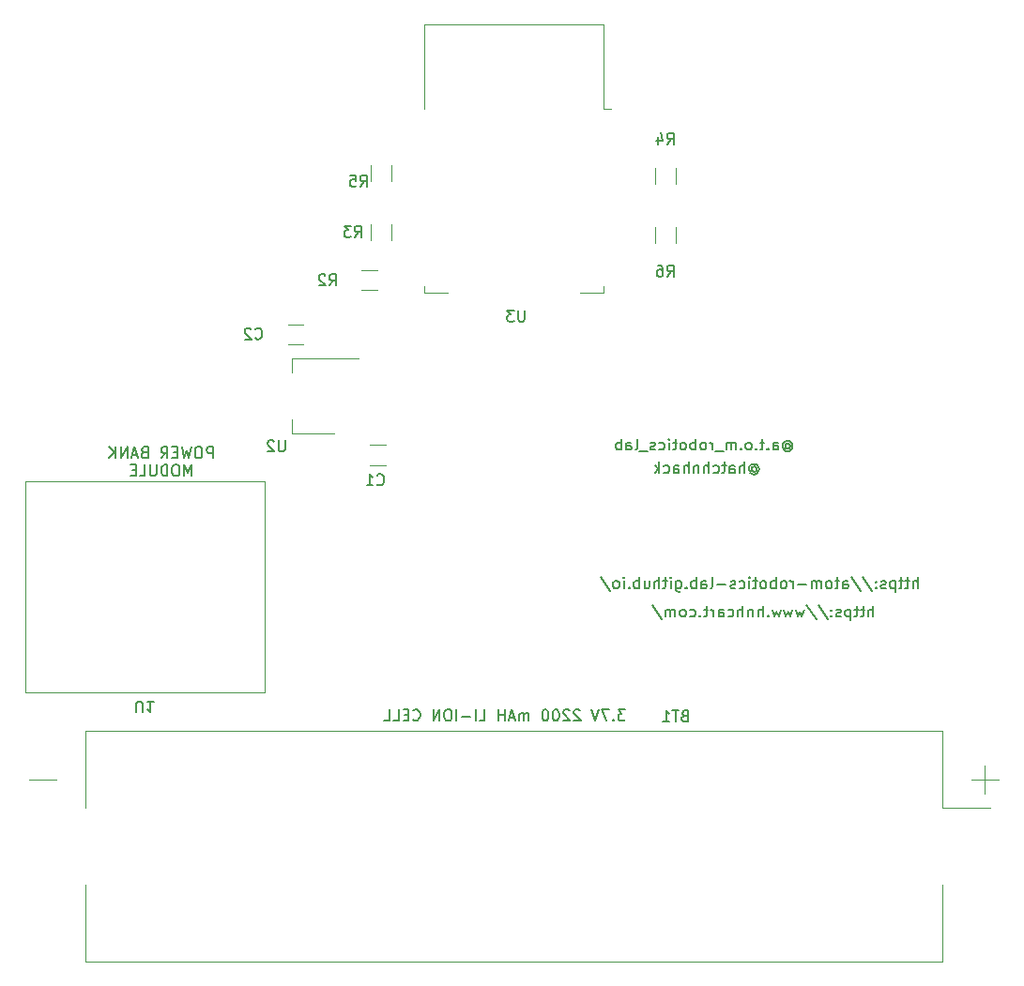
<source format=gbo>
%TF.GenerationSoftware,KiCad,Pcbnew,6.0.7-f9a2dced07~116~ubuntu20.04.1*%
%TF.CreationDate,2022-09-09T19:22:18+05:30*%
%TF.ProjectId,ESP12E_Smart_Coaster,45535031-3245-45f5-936d-6172745f436f,rev?*%
%TF.SameCoordinates,Original*%
%TF.FileFunction,Legend,Bot*%
%TF.FilePolarity,Positive*%
%FSLAX46Y46*%
G04 Gerber Fmt 4.6, Leading zero omitted, Abs format (unit mm)*
G04 Created by KiCad (PCBNEW 6.0.7-f9a2dced07~116~ubuntu20.04.1) date 2022-09-09 19:22:18*
%MOMM*%
%LPD*%
G01*
G04 APERTURE LIST*
%ADD10C,0.150000*%
%ADD11C,0.200000*%
%ADD12C,0.120000*%
G04 APERTURE END LIST*
D10*
X172415552Y-98674180D02*
X172415552Y-97674180D01*
X171986980Y-98674180D02*
X171986980Y-98150371D01*
X172034600Y-98055133D01*
X172129838Y-98007514D01*
X172272695Y-98007514D01*
X172367933Y-98055133D01*
X172415552Y-98102752D01*
X171653647Y-98007514D02*
X171272695Y-98007514D01*
X171510790Y-97674180D02*
X171510790Y-98531323D01*
X171463171Y-98626561D01*
X171367933Y-98674180D01*
X171272695Y-98674180D01*
X171082219Y-98007514D02*
X170701266Y-98007514D01*
X170939361Y-97674180D02*
X170939361Y-98531323D01*
X170891742Y-98626561D01*
X170796504Y-98674180D01*
X170701266Y-98674180D01*
X170367933Y-98007514D02*
X170367933Y-99007514D01*
X170367933Y-98055133D02*
X170272695Y-98007514D01*
X170082219Y-98007514D01*
X169986980Y-98055133D01*
X169939361Y-98102752D01*
X169891742Y-98197990D01*
X169891742Y-98483704D01*
X169939361Y-98578942D01*
X169986980Y-98626561D01*
X170082219Y-98674180D01*
X170272695Y-98674180D01*
X170367933Y-98626561D01*
X169510790Y-98626561D02*
X169415552Y-98674180D01*
X169225076Y-98674180D01*
X169129838Y-98626561D01*
X169082219Y-98531323D01*
X169082219Y-98483704D01*
X169129838Y-98388466D01*
X169225076Y-98340847D01*
X169367933Y-98340847D01*
X169463171Y-98293228D01*
X169510790Y-98197990D01*
X169510790Y-98150371D01*
X169463171Y-98055133D01*
X169367933Y-98007514D01*
X169225076Y-98007514D01*
X169129838Y-98055133D01*
X168653647Y-98578942D02*
X168606028Y-98626561D01*
X168653647Y-98674180D01*
X168701266Y-98626561D01*
X168653647Y-98578942D01*
X168653647Y-98674180D01*
X168653647Y-98055133D02*
X168606028Y-98102752D01*
X168653647Y-98150371D01*
X168701266Y-98102752D01*
X168653647Y-98055133D01*
X168653647Y-98150371D01*
X167463171Y-97626561D02*
X168320314Y-98912276D01*
X166415552Y-97626561D02*
X167272695Y-98912276D01*
X166177457Y-98007514D02*
X165986980Y-98674180D01*
X165796504Y-98197990D01*
X165606028Y-98674180D01*
X165415552Y-98007514D01*
X165129838Y-98007514D02*
X164939361Y-98674180D01*
X164748885Y-98197990D01*
X164558409Y-98674180D01*
X164367933Y-98007514D01*
X164082219Y-98007514D02*
X163891742Y-98674180D01*
X163701266Y-98197990D01*
X163510790Y-98674180D01*
X163320314Y-98007514D01*
X162939361Y-98578942D02*
X162891742Y-98626561D01*
X162939361Y-98674180D01*
X162986980Y-98626561D01*
X162939361Y-98578942D01*
X162939361Y-98674180D01*
X162463171Y-98674180D02*
X162463171Y-97674180D01*
X162034600Y-98674180D02*
X162034600Y-98150371D01*
X162082219Y-98055133D01*
X162177457Y-98007514D01*
X162320314Y-98007514D01*
X162415552Y-98055133D01*
X162463171Y-98102752D01*
X161558409Y-98007514D02*
X161558409Y-98674180D01*
X161558409Y-98102752D02*
X161510790Y-98055133D01*
X161415552Y-98007514D01*
X161272695Y-98007514D01*
X161177457Y-98055133D01*
X161129838Y-98150371D01*
X161129838Y-98674180D01*
X160653647Y-98674180D02*
X160653647Y-97674180D01*
X160225076Y-98674180D02*
X160225076Y-98150371D01*
X160272695Y-98055133D01*
X160367933Y-98007514D01*
X160510790Y-98007514D01*
X160606028Y-98055133D01*
X160653647Y-98102752D01*
X159320314Y-98626561D02*
X159415552Y-98674180D01*
X159606028Y-98674180D01*
X159701266Y-98626561D01*
X159748885Y-98578942D01*
X159796504Y-98483704D01*
X159796504Y-98197990D01*
X159748885Y-98102752D01*
X159701266Y-98055133D01*
X159606028Y-98007514D01*
X159415552Y-98007514D01*
X159320314Y-98055133D01*
X158463171Y-98674180D02*
X158463171Y-98150371D01*
X158510790Y-98055133D01*
X158606028Y-98007514D01*
X158796504Y-98007514D01*
X158891742Y-98055133D01*
X158463171Y-98626561D02*
X158558409Y-98674180D01*
X158796504Y-98674180D01*
X158891742Y-98626561D01*
X158939361Y-98531323D01*
X158939361Y-98436085D01*
X158891742Y-98340847D01*
X158796504Y-98293228D01*
X158558409Y-98293228D01*
X158463171Y-98245609D01*
X157986980Y-98674180D02*
X157986980Y-98007514D01*
X157986980Y-98197990D02*
X157939361Y-98102752D01*
X157891742Y-98055133D01*
X157796504Y-98007514D01*
X157701266Y-98007514D01*
X157510790Y-98007514D02*
X157129838Y-98007514D01*
X157367933Y-97674180D02*
X157367933Y-98531323D01*
X157320314Y-98626561D01*
X157225076Y-98674180D01*
X157129838Y-98674180D01*
X156796504Y-98578942D02*
X156748885Y-98626561D01*
X156796504Y-98674180D01*
X156844123Y-98626561D01*
X156796504Y-98578942D01*
X156796504Y-98674180D01*
X155891742Y-98626561D02*
X155986980Y-98674180D01*
X156177457Y-98674180D01*
X156272695Y-98626561D01*
X156320314Y-98578942D01*
X156367933Y-98483704D01*
X156367933Y-98197990D01*
X156320314Y-98102752D01*
X156272695Y-98055133D01*
X156177457Y-98007514D01*
X155986980Y-98007514D01*
X155891742Y-98055133D01*
X155320314Y-98674180D02*
X155415552Y-98626561D01*
X155463171Y-98578942D01*
X155510790Y-98483704D01*
X155510790Y-98197990D01*
X155463171Y-98102752D01*
X155415552Y-98055133D01*
X155320314Y-98007514D01*
X155177457Y-98007514D01*
X155082219Y-98055133D01*
X155034600Y-98102752D01*
X154986980Y-98197990D01*
X154986980Y-98483704D01*
X155034600Y-98578942D01*
X155082219Y-98626561D01*
X155177457Y-98674180D01*
X155320314Y-98674180D01*
X154558409Y-98674180D02*
X154558409Y-98007514D01*
X154558409Y-98102752D02*
X154510790Y-98055133D01*
X154415552Y-98007514D01*
X154272695Y-98007514D01*
X154177457Y-98055133D01*
X154129838Y-98150371D01*
X154129838Y-98674180D01*
X154129838Y-98150371D02*
X154082219Y-98055133D01*
X153986980Y-98007514D01*
X153844123Y-98007514D01*
X153748885Y-98055133D01*
X153701266Y-98150371D01*
X153701266Y-98674180D01*
X152510790Y-97626561D02*
X153367933Y-98912276D01*
X164484723Y-83135790D02*
X164532342Y-83088171D01*
X164627580Y-83040552D01*
X164722819Y-83040552D01*
X164818057Y-83088171D01*
X164865676Y-83135790D01*
X164913295Y-83231028D01*
X164913295Y-83326266D01*
X164865676Y-83421504D01*
X164818057Y-83469123D01*
X164722819Y-83516742D01*
X164627580Y-83516742D01*
X164532342Y-83469123D01*
X164484723Y-83421504D01*
X164484723Y-83040552D02*
X164484723Y-83421504D01*
X164437104Y-83469123D01*
X164389485Y-83469123D01*
X164294247Y-83421504D01*
X164246628Y-83326266D01*
X164246628Y-83088171D01*
X164341866Y-82945314D01*
X164484723Y-82850076D01*
X164675200Y-82802457D01*
X164865676Y-82850076D01*
X165008533Y-82945314D01*
X165103771Y-83088171D01*
X165151390Y-83278647D01*
X165103771Y-83469123D01*
X165008533Y-83611980D01*
X164865676Y-83707219D01*
X164675200Y-83754838D01*
X164484723Y-83707219D01*
X164341866Y-83611980D01*
X163389485Y-83611980D02*
X163389485Y-83088171D01*
X163437104Y-82992933D01*
X163532342Y-82945314D01*
X163722819Y-82945314D01*
X163818057Y-82992933D01*
X163389485Y-83564361D02*
X163484723Y-83611980D01*
X163722819Y-83611980D01*
X163818057Y-83564361D01*
X163865676Y-83469123D01*
X163865676Y-83373885D01*
X163818057Y-83278647D01*
X163722819Y-83231028D01*
X163484723Y-83231028D01*
X163389485Y-83183409D01*
X162913295Y-83516742D02*
X162865676Y-83564361D01*
X162913295Y-83611980D01*
X162960914Y-83564361D01*
X162913295Y-83516742D01*
X162913295Y-83611980D01*
X162579961Y-82945314D02*
X162199009Y-82945314D01*
X162437104Y-82611980D02*
X162437104Y-83469123D01*
X162389485Y-83564361D01*
X162294247Y-83611980D01*
X162199009Y-83611980D01*
X161865676Y-83516742D02*
X161818057Y-83564361D01*
X161865676Y-83611980D01*
X161913295Y-83564361D01*
X161865676Y-83516742D01*
X161865676Y-83611980D01*
X161246628Y-83611980D02*
X161341866Y-83564361D01*
X161389485Y-83516742D01*
X161437104Y-83421504D01*
X161437104Y-83135790D01*
X161389485Y-83040552D01*
X161341866Y-82992933D01*
X161246628Y-82945314D01*
X161103771Y-82945314D01*
X161008533Y-82992933D01*
X160960914Y-83040552D01*
X160913295Y-83135790D01*
X160913295Y-83421504D01*
X160960914Y-83516742D01*
X161008533Y-83564361D01*
X161103771Y-83611980D01*
X161246628Y-83611980D01*
X160484723Y-83516742D02*
X160437104Y-83564361D01*
X160484723Y-83611980D01*
X160532342Y-83564361D01*
X160484723Y-83516742D01*
X160484723Y-83611980D01*
X160008533Y-83611980D02*
X160008533Y-82945314D01*
X160008533Y-83040552D02*
X159960914Y-82992933D01*
X159865676Y-82945314D01*
X159722819Y-82945314D01*
X159627580Y-82992933D01*
X159579961Y-83088171D01*
X159579961Y-83611980D01*
X159579961Y-83088171D02*
X159532342Y-82992933D01*
X159437104Y-82945314D01*
X159294247Y-82945314D01*
X159199009Y-82992933D01*
X159151390Y-83088171D01*
X159151390Y-83611980D01*
X158913295Y-83707219D02*
X158151390Y-83707219D01*
X157913295Y-83611980D02*
X157913295Y-82945314D01*
X157913295Y-83135790D02*
X157865676Y-83040552D01*
X157818057Y-82992933D01*
X157722819Y-82945314D01*
X157627580Y-82945314D01*
X157151390Y-83611980D02*
X157246628Y-83564361D01*
X157294247Y-83516742D01*
X157341866Y-83421504D01*
X157341866Y-83135790D01*
X157294247Y-83040552D01*
X157246628Y-82992933D01*
X157151390Y-82945314D01*
X157008533Y-82945314D01*
X156913295Y-82992933D01*
X156865676Y-83040552D01*
X156818057Y-83135790D01*
X156818057Y-83421504D01*
X156865676Y-83516742D01*
X156913295Y-83564361D01*
X157008533Y-83611980D01*
X157151390Y-83611980D01*
X156389485Y-83611980D02*
X156389485Y-82611980D01*
X156389485Y-82992933D02*
X156294247Y-82945314D01*
X156103771Y-82945314D01*
X156008533Y-82992933D01*
X155960914Y-83040552D01*
X155913295Y-83135790D01*
X155913295Y-83421504D01*
X155960914Y-83516742D01*
X156008533Y-83564361D01*
X156103771Y-83611980D01*
X156294247Y-83611980D01*
X156389485Y-83564361D01*
X155341866Y-83611980D02*
X155437104Y-83564361D01*
X155484723Y-83516742D01*
X155532342Y-83421504D01*
X155532342Y-83135790D01*
X155484723Y-83040552D01*
X155437104Y-82992933D01*
X155341866Y-82945314D01*
X155199009Y-82945314D01*
X155103771Y-82992933D01*
X155056152Y-83040552D01*
X155008533Y-83135790D01*
X155008533Y-83421504D01*
X155056152Y-83516742D01*
X155103771Y-83564361D01*
X155199009Y-83611980D01*
X155341866Y-83611980D01*
X154722819Y-82945314D02*
X154341866Y-82945314D01*
X154579961Y-82611980D02*
X154579961Y-83469123D01*
X154532342Y-83564361D01*
X154437104Y-83611980D01*
X154341866Y-83611980D01*
X154008533Y-83611980D02*
X154008533Y-82945314D01*
X154008533Y-82611980D02*
X154056152Y-82659600D01*
X154008533Y-82707219D01*
X153960914Y-82659600D01*
X154008533Y-82611980D01*
X154008533Y-82707219D01*
X153103771Y-83564361D02*
X153199009Y-83611980D01*
X153389485Y-83611980D01*
X153484723Y-83564361D01*
X153532342Y-83516742D01*
X153579961Y-83421504D01*
X153579961Y-83135790D01*
X153532342Y-83040552D01*
X153484723Y-82992933D01*
X153389485Y-82945314D01*
X153199009Y-82945314D01*
X153103771Y-82992933D01*
X152722819Y-83564361D02*
X152627580Y-83611980D01*
X152437104Y-83611980D01*
X152341866Y-83564361D01*
X152294247Y-83469123D01*
X152294247Y-83421504D01*
X152341866Y-83326266D01*
X152437104Y-83278647D01*
X152579961Y-83278647D01*
X152675200Y-83231028D01*
X152722819Y-83135790D01*
X152722819Y-83088171D01*
X152675200Y-82992933D01*
X152579961Y-82945314D01*
X152437104Y-82945314D01*
X152341866Y-82992933D01*
X152103771Y-83707219D02*
X151341866Y-83707219D01*
X150960914Y-83611980D02*
X151056152Y-83564361D01*
X151103771Y-83469123D01*
X151103771Y-82611980D01*
X150151390Y-83611980D02*
X150151390Y-83088171D01*
X150199009Y-82992933D01*
X150294247Y-82945314D01*
X150484723Y-82945314D01*
X150579961Y-82992933D01*
X150151390Y-83564361D02*
X150246628Y-83611980D01*
X150484723Y-83611980D01*
X150579961Y-83564361D01*
X150627580Y-83469123D01*
X150627580Y-83373885D01*
X150579961Y-83278647D01*
X150484723Y-83231028D01*
X150246628Y-83231028D01*
X150151390Y-83183409D01*
X149675200Y-83611980D02*
X149675200Y-82611980D01*
X149675200Y-82992933D02*
X149579961Y-82945314D01*
X149389485Y-82945314D01*
X149294247Y-82992933D01*
X149246628Y-83040552D01*
X149199009Y-83135790D01*
X149199009Y-83421504D01*
X149246628Y-83516742D01*
X149294247Y-83564361D01*
X149389485Y-83611980D01*
X149579961Y-83611980D01*
X149675200Y-83564361D01*
X176442495Y-96108780D02*
X176442495Y-95108780D01*
X176013923Y-96108780D02*
X176013923Y-95584971D01*
X176061542Y-95489733D01*
X176156780Y-95442114D01*
X176299638Y-95442114D01*
X176394876Y-95489733D01*
X176442495Y-95537352D01*
X175680590Y-95442114D02*
X175299638Y-95442114D01*
X175537733Y-95108780D02*
X175537733Y-95965923D01*
X175490114Y-96061161D01*
X175394876Y-96108780D01*
X175299638Y-96108780D01*
X175109161Y-95442114D02*
X174728209Y-95442114D01*
X174966304Y-95108780D02*
X174966304Y-95965923D01*
X174918685Y-96061161D01*
X174823447Y-96108780D01*
X174728209Y-96108780D01*
X174394876Y-95442114D02*
X174394876Y-96442114D01*
X174394876Y-95489733D02*
X174299638Y-95442114D01*
X174109161Y-95442114D01*
X174013923Y-95489733D01*
X173966304Y-95537352D01*
X173918685Y-95632590D01*
X173918685Y-95918304D01*
X173966304Y-96013542D01*
X174013923Y-96061161D01*
X174109161Y-96108780D01*
X174299638Y-96108780D01*
X174394876Y-96061161D01*
X173537733Y-96061161D02*
X173442495Y-96108780D01*
X173252019Y-96108780D01*
X173156780Y-96061161D01*
X173109161Y-95965923D01*
X173109161Y-95918304D01*
X173156780Y-95823066D01*
X173252019Y-95775447D01*
X173394876Y-95775447D01*
X173490114Y-95727828D01*
X173537733Y-95632590D01*
X173537733Y-95584971D01*
X173490114Y-95489733D01*
X173394876Y-95442114D01*
X173252019Y-95442114D01*
X173156780Y-95489733D01*
X172680590Y-96013542D02*
X172632971Y-96061161D01*
X172680590Y-96108780D01*
X172728209Y-96061161D01*
X172680590Y-96013542D01*
X172680590Y-96108780D01*
X172680590Y-95489733D02*
X172632971Y-95537352D01*
X172680590Y-95584971D01*
X172728209Y-95537352D01*
X172680590Y-95489733D01*
X172680590Y-95584971D01*
X171490114Y-95061161D02*
X172347257Y-96346876D01*
X170442495Y-95061161D02*
X171299638Y-96346876D01*
X169680590Y-96108780D02*
X169680590Y-95584971D01*
X169728209Y-95489733D01*
X169823447Y-95442114D01*
X170013923Y-95442114D01*
X170109161Y-95489733D01*
X169680590Y-96061161D02*
X169775828Y-96108780D01*
X170013923Y-96108780D01*
X170109161Y-96061161D01*
X170156780Y-95965923D01*
X170156780Y-95870685D01*
X170109161Y-95775447D01*
X170013923Y-95727828D01*
X169775828Y-95727828D01*
X169680590Y-95680209D01*
X169347257Y-95442114D02*
X168966304Y-95442114D01*
X169204400Y-95108780D02*
X169204400Y-95965923D01*
X169156780Y-96061161D01*
X169061542Y-96108780D01*
X168966304Y-96108780D01*
X168490114Y-96108780D02*
X168585352Y-96061161D01*
X168632971Y-96013542D01*
X168680590Y-95918304D01*
X168680590Y-95632590D01*
X168632971Y-95537352D01*
X168585352Y-95489733D01*
X168490114Y-95442114D01*
X168347257Y-95442114D01*
X168252019Y-95489733D01*
X168204400Y-95537352D01*
X168156780Y-95632590D01*
X168156780Y-95918304D01*
X168204400Y-96013542D01*
X168252019Y-96061161D01*
X168347257Y-96108780D01*
X168490114Y-96108780D01*
X167728209Y-96108780D02*
X167728209Y-95442114D01*
X167728209Y-95537352D02*
X167680590Y-95489733D01*
X167585352Y-95442114D01*
X167442495Y-95442114D01*
X167347257Y-95489733D01*
X167299638Y-95584971D01*
X167299638Y-96108780D01*
X167299638Y-95584971D02*
X167252019Y-95489733D01*
X167156780Y-95442114D01*
X167013923Y-95442114D01*
X166918685Y-95489733D01*
X166871066Y-95584971D01*
X166871066Y-96108780D01*
X166394876Y-95727828D02*
X165632971Y-95727828D01*
X165156780Y-96108780D02*
X165156780Y-95442114D01*
X165156780Y-95632590D02*
X165109161Y-95537352D01*
X165061542Y-95489733D01*
X164966304Y-95442114D01*
X164871066Y-95442114D01*
X164394876Y-96108780D02*
X164490114Y-96061161D01*
X164537733Y-96013542D01*
X164585352Y-95918304D01*
X164585352Y-95632590D01*
X164537733Y-95537352D01*
X164490114Y-95489733D01*
X164394876Y-95442114D01*
X164252019Y-95442114D01*
X164156780Y-95489733D01*
X164109161Y-95537352D01*
X164061542Y-95632590D01*
X164061542Y-95918304D01*
X164109161Y-96013542D01*
X164156780Y-96061161D01*
X164252019Y-96108780D01*
X164394876Y-96108780D01*
X163632971Y-96108780D02*
X163632971Y-95108780D01*
X163632971Y-95489733D02*
X163537733Y-95442114D01*
X163347257Y-95442114D01*
X163252019Y-95489733D01*
X163204400Y-95537352D01*
X163156780Y-95632590D01*
X163156780Y-95918304D01*
X163204400Y-96013542D01*
X163252019Y-96061161D01*
X163347257Y-96108780D01*
X163537733Y-96108780D01*
X163632971Y-96061161D01*
X162585352Y-96108780D02*
X162680590Y-96061161D01*
X162728209Y-96013542D01*
X162775828Y-95918304D01*
X162775828Y-95632590D01*
X162728209Y-95537352D01*
X162680590Y-95489733D01*
X162585352Y-95442114D01*
X162442495Y-95442114D01*
X162347257Y-95489733D01*
X162299638Y-95537352D01*
X162252019Y-95632590D01*
X162252019Y-95918304D01*
X162299638Y-96013542D01*
X162347257Y-96061161D01*
X162442495Y-96108780D01*
X162585352Y-96108780D01*
X161966304Y-95442114D02*
X161585352Y-95442114D01*
X161823447Y-95108780D02*
X161823447Y-95965923D01*
X161775828Y-96061161D01*
X161680590Y-96108780D01*
X161585352Y-96108780D01*
X161252019Y-96108780D02*
X161252019Y-95442114D01*
X161252019Y-95108780D02*
X161299638Y-95156400D01*
X161252019Y-95204019D01*
X161204400Y-95156400D01*
X161252019Y-95108780D01*
X161252019Y-95204019D01*
X160347257Y-96061161D02*
X160442495Y-96108780D01*
X160632971Y-96108780D01*
X160728209Y-96061161D01*
X160775828Y-96013542D01*
X160823447Y-95918304D01*
X160823447Y-95632590D01*
X160775828Y-95537352D01*
X160728209Y-95489733D01*
X160632971Y-95442114D01*
X160442495Y-95442114D01*
X160347257Y-95489733D01*
X159966304Y-96061161D02*
X159871066Y-96108780D01*
X159680590Y-96108780D01*
X159585352Y-96061161D01*
X159537733Y-95965923D01*
X159537733Y-95918304D01*
X159585352Y-95823066D01*
X159680590Y-95775447D01*
X159823447Y-95775447D01*
X159918685Y-95727828D01*
X159966304Y-95632590D01*
X159966304Y-95584971D01*
X159918685Y-95489733D01*
X159823447Y-95442114D01*
X159680590Y-95442114D01*
X159585352Y-95489733D01*
X159109161Y-95727828D02*
X158347257Y-95727828D01*
X157728209Y-96108780D02*
X157823447Y-96061161D01*
X157871066Y-95965923D01*
X157871066Y-95108780D01*
X156918685Y-96108780D02*
X156918685Y-95584971D01*
X156966304Y-95489733D01*
X157061542Y-95442114D01*
X157252019Y-95442114D01*
X157347257Y-95489733D01*
X156918685Y-96061161D02*
X157013923Y-96108780D01*
X157252019Y-96108780D01*
X157347257Y-96061161D01*
X157394876Y-95965923D01*
X157394876Y-95870685D01*
X157347257Y-95775447D01*
X157252019Y-95727828D01*
X157013923Y-95727828D01*
X156918685Y-95680209D01*
X156442495Y-96108780D02*
X156442495Y-95108780D01*
X156442495Y-95489733D02*
X156347257Y-95442114D01*
X156156780Y-95442114D01*
X156061542Y-95489733D01*
X156013923Y-95537352D01*
X155966304Y-95632590D01*
X155966304Y-95918304D01*
X156013923Y-96013542D01*
X156061542Y-96061161D01*
X156156780Y-96108780D01*
X156347257Y-96108780D01*
X156442495Y-96061161D01*
X155537733Y-96013542D02*
X155490114Y-96061161D01*
X155537733Y-96108780D01*
X155585352Y-96061161D01*
X155537733Y-96013542D01*
X155537733Y-96108780D01*
X154632971Y-95442114D02*
X154632971Y-96251638D01*
X154680590Y-96346876D01*
X154728209Y-96394495D01*
X154823447Y-96442114D01*
X154966304Y-96442114D01*
X155061542Y-96394495D01*
X154632971Y-96061161D02*
X154728209Y-96108780D01*
X154918685Y-96108780D01*
X155013923Y-96061161D01*
X155061542Y-96013542D01*
X155109161Y-95918304D01*
X155109161Y-95632590D01*
X155061542Y-95537352D01*
X155013923Y-95489733D01*
X154918685Y-95442114D01*
X154728209Y-95442114D01*
X154632971Y-95489733D01*
X154156780Y-96108780D02*
X154156780Y-95442114D01*
X154156780Y-95108780D02*
X154204400Y-95156400D01*
X154156780Y-95204019D01*
X154109161Y-95156400D01*
X154156780Y-95108780D01*
X154156780Y-95204019D01*
X153823447Y-95442114D02*
X153442495Y-95442114D01*
X153680590Y-95108780D02*
X153680590Y-95965923D01*
X153632971Y-96061161D01*
X153537733Y-96108780D01*
X153442495Y-96108780D01*
X153109161Y-96108780D02*
X153109161Y-95108780D01*
X152680590Y-96108780D02*
X152680590Y-95584971D01*
X152728209Y-95489733D01*
X152823447Y-95442114D01*
X152966304Y-95442114D01*
X153061542Y-95489733D01*
X153109161Y-95537352D01*
X151775828Y-95442114D02*
X151775828Y-96108780D01*
X152204400Y-95442114D02*
X152204400Y-95965923D01*
X152156780Y-96061161D01*
X152061542Y-96108780D01*
X151918685Y-96108780D01*
X151823447Y-96061161D01*
X151775828Y-96013542D01*
X151299638Y-96108780D02*
X151299638Y-95108780D01*
X151299638Y-95489733D02*
X151204400Y-95442114D01*
X151013923Y-95442114D01*
X150918685Y-95489733D01*
X150871066Y-95537352D01*
X150823447Y-95632590D01*
X150823447Y-95918304D01*
X150871066Y-96013542D01*
X150918685Y-96061161D01*
X151013923Y-96108780D01*
X151204400Y-96108780D01*
X151299638Y-96061161D01*
X150394876Y-96013542D02*
X150347257Y-96061161D01*
X150394876Y-96108780D01*
X150442495Y-96061161D01*
X150394876Y-96013542D01*
X150394876Y-96108780D01*
X149918685Y-96108780D02*
X149918685Y-95442114D01*
X149918685Y-95108780D02*
X149966304Y-95156400D01*
X149918685Y-95204019D01*
X149871066Y-95156400D01*
X149918685Y-95108780D01*
X149918685Y-95204019D01*
X149299638Y-96108780D02*
X149394876Y-96061161D01*
X149442495Y-96013542D01*
X149490114Y-95918304D01*
X149490114Y-95632590D01*
X149442495Y-95537352D01*
X149394876Y-95489733D01*
X149299638Y-95442114D01*
X149156780Y-95442114D01*
X149061542Y-95489733D01*
X149013923Y-95537352D01*
X148966304Y-95632590D01*
X148966304Y-95918304D01*
X149013923Y-96013542D01*
X149061542Y-96061161D01*
X149156780Y-96108780D01*
X149299638Y-96108780D01*
X147823447Y-95061161D02*
X148680590Y-96346876D01*
D11*
X150025333Y-107046780D02*
X149406285Y-107046780D01*
X149739619Y-107427733D01*
X149596761Y-107427733D01*
X149501523Y-107475352D01*
X149453904Y-107522971D01*
X149406285Y-107618209D01*
X149406285Y-107856304D01*
X149453904Y-107951542D01*
X149501523Y-107999161D01*
X149596761Y-108046780D01*
X149882476Y-108046780D01*
X149977714Y-107999161D01*
X150025333Y-107951542D01*
X148977714Y-107951542D02*
X148930095Y-107999161D01*
X148977714Y-108046780D01*
X149025333Y-107999161D01*
X148977714Y-107951542D01*
X148977714Y-108046780D01*
X148596761Y-107046780D02*
X147930095Y-107046780D01*
X148358666Y-108046780D01*
X147692000Y-107046780D02*
X147358666Y-108046780D01*
X147025333Y-107046780D01*
X145977714Y-107142019D02*
X145930095Y-107094400D01*
X145834857Y-107046780D01*
X145596761Y-107046780D01*
X145501523Y-107094400D01*
X145453904Y-107142019D01*
X145406285Y-107237257D01*
X145406285Y-107332495D01*
X145453904Y-107475352D01*
X146025333Y-108046780D01*
X145406285Y-108046780D01*
X145025333Y-107142019D02*
X144977714Y-107094400D01*
X144882476Y-107046780D01*
X144644380Y-107046780D01*
X144549142Y-107094400D01*
X144501523Y-107142019D01*
X144453904Y-107237257D01*
X144453904Y-107332495D01*
X144501523Y-107475352D01*
X145072952Y-108046780D01*
X144453904Y-108046780D01*
X143834857Y-107046780D02*
X143739619Y-107046780D01*
X143644380Y-107094400D01*
X143596761Y-107142019D01*
X143549142Y-107237257D01*
X143501523Y-107427733D01*
X143501523Y-107665828D01*
X143549142Y-107856304D01*
X143596761Y-107951542D01*
X143644380Y-107999161D01*
X143739619Y-108046780D01*
X143834857Y-108046780D01*
X143930095Y-107999161D01*
X143977714Y-107951542D01*
X144025333Y-107856304D01*
X144072952Y-107665828D01*
X144072952Y-107427733D01*
X144025333Y-107237257D01*
X143977714Y-107142019D01*
X143930095Y-107094400D01*
X143834857Y-107046780D01*
X142882476Y-107046780D02*
X142787238Y-107046780D01*
X142692000Y-107094400D01*
X142644380Y-107142019D01*
X142596761Y-107237257D01*
X142549142Y-107427733D01*
X142549142Y-107665828D01*
X142596761Y-107856304D01*
X142644380Y-107951542D01*
X142692000Y-107999161D01*
X142787238Y-108046780D01*
X142882476Y-108046780D01*
X142977714Y-107999161D01*
X143025333Y-107951542D01*
X143072952Y-107856304D01*
X143120571Y-107665828D01*
X143120571Y-107427733D01*
X143072952Y-107237257D01*
X143025333Y-107142019D01*
X142977714Y-107094400D01*
X142882476Y-107046780D01*
X141358666Y-108046780D02*
X141358666Y-107380114D01*
X141358666Y-107475352D02*
X141311047Y-107427733D01*
X141215809Y-107380114D01*
X141072952Y-107380114D01*
X140977714Y-107427733D01*
X140930095Y-107522971D01*
X140930095Y-108046780D01*
X140930095Y-107522971D02*
X140882476Y-107427733D01*
X140787238Y-107380114D01*
X140644380Y-107380114D01*
X140549142Y-107427733D01*
X140501523Y-107522971D01*
X140501523Y-108046780D01*
X140072952Y-107761066D02*
X139596761Y-107761066D01*
X140168190Y-108046780D02*
X139834857Y-107046780D01*
X139501523Y-108046780D01*
X139168190Y-108046780D02*
X139168190Y-107046780D01*
X139168190Y-107522971D02*
X138596761Y-107522971D01*
X138596761Y-108046780D02*
X138596761Y-107046780D01*
X136882476Y-108046780D02*
X137358666Y-108046780D01*
X137358666Y-107046780D01*
X136549142Y-108046780D02*
X136549142Y-107046780D01*
X136072952Y-107665828D02*
X135311047Y-107665828D01*
X134834857Y-108046780D02*
X134834857Y-107046780D01*
X134168190Y-107046780D02*
X133977714Y-107046780D01*
X133882476Y-107094400D01*
X133787238Y-107189638D01*
X133739619Y-107380114D01*
X133739619Y-107713447D01*
X133787238Y-107903923D01*
X133882476Y-107999161D01*
X133977714Y-108046780D01*
X134168190Y-108046780D01*
X134263428Y-107999161D01*
X134358666Y-107903923D01*
X134406285Y-107713447D01*
X134406285Y-107380114D01*
X134358666Y-107189638D01*
X134263428Y-107094400D01*
X134168190Y-107046780D01*
X133311047Y-108046780D02*
X133311047Y-107046780D01*
X132739619Y-108046780D01*
X132739619Y-107046780D01*
X130930095Y-107951542D02*
X130977714Y-107999161D01*
X131120571Y-108046780D01*
X131215809Y-108046780D01*
X131358666Y-107999161D01*
X131453904Y-107903923D01*
X131501523Y-107808685D01*
X131549142Y-107618209D01*
X131549142Y-107475352D01*
X131501523Y-107284876D01*
X131453904Y-107189638D01*
X131358666Y-107094400D01*
X131215809Y-107046780D01*
X131120571Y-107046780D01*
X130977714Y-107094400D01*
X130930095Y-107142019D01*
X130501523Y-107522971D02*
X130168190Y-107522971D01*
X130025333Y-108046780D02*
X130501523Y-108046780D01*
X130501523Y-107046780D01*
X130025333Y-107046780D01*
X129120571Y-108046780D02*
X129596761Y-108046780D01*
X129596761Y-107046780D01*
X128311047Y-108046780D02*
X128787238Y-108046780D01*
X128787238Y-107046780D01*
D10*
X161476819Y-85218590D02*
X161524438Y-85170971D01*
X161619676Y-85123352D01*
X161714914Y-85123352D01*
X161810152Y-85170971D01*
X161857771Y-85218590D01*
X161905390Y-85313828D01*
X161905390Y-85409066D01*
X161857771Y-85504304D01*
X161810152Y-85551923D01*
X161714914Y-85599542D01*
X161619676Y-85599542D01*
X161524438Y-85551923D01*
X161476819Y-85504304D01*
X161476819Y-85123352D02*
X161476819Y-85504304D01*
X161429200Y-85551923D01*
X161381580Y-85551923D01*
X161286342Y-85504304D01*
X161238723Y-85409066D01*
X161238723Y-85170971D01*
X161333961Y-85028114D01*
X161476819Y-84932876D01*
X161667295Y-84885257D01*
X161857771Y-84932876D01*
X162000628Y-85028114D01*
X162095866Y-85170971D01*
X162143485Y-85361447D01*
X162095866Y-85551923D01*
X162000628Y-85694780D01*
X161857771Y-85790019D01*
X161667295Y-85837638D01*
X161476819Y-85790019D01*
X161333961Y-85694780D01*
X160810152Y-85694780D02*
X160810152Y-84694780D01*
X160381580Y-85694780D02*
X160381580Y-85170971D01*
X160429200Y-85075733D01*
X160524438Y-85028114D01*
X160667295Y-85028114D01*
X160762533Y-85075733D01*
X160810152Y-85123352D01*
X159476819Y-85694780D02*
X159476819Y-85170971D01*
X159524438Y-85075733D01*
X159619676Y-85028114D01*
X159810152Y-85028114D01*
X159905390Y-85075733D01*
X159476819Y-85647161D02*
X159572057Y-85694780D01*
X159810152Y-85694780D01*
X159905390Y-85647161D01*
X159953009Y-85551923D01*
X159953009Y-85456685D01*
X159905390Y-85361447D01*
X159810152Y-85313828D01*
X159572057Y-85313828D01*
X159476819Y-85266209D01*
X159143485Y-85028114D02*
X158762533Y-85028114D01*
X159000628Y-84694780D02*
X159000628Y-85551923D01*
X158953009Y-85647161D01*
X158857771Y-85694780D01*
X158762533Y-85694780D01*
X158000628Y-85647161D02*
X158095866Y-85694780D01*
X158286342Y-85694780D01*
X158381580Y-85647161D01*
X158429200Y-85599542D01*
X158476819Y-85504304D01*
X158476819Y-85218590D01*
X158429200Y-85123352D01*
X158381580Y-85075733D01*
X158286342Y-85028114D01*
X158095866Y-85028114D01*
X158000628Y-85075733D01*
X157572057Y-85694780D02*
X157572057Y-84694780D01*
X157143485Y-85694780D02*
X157143485Y-85170971D01*
X157191104Y-85075733D01*
X157286342Y-85028114D01*
X157429200Y-85028114D01*
X157524438Y-85075733D01*
X157572057Y-85123352D01*
X156667295Y-85028114D02*
X156667295Y-85694780D01*
X156667295Y-85123352D02*
X156619676Y-85075733D01*
X156524438Y-85028114D01*
X156381580Y-85028114D01*
X156286342Y-85075733D01*
X156238723Y-85170971D01*
X156238723Y-85694780D01*
X155762533Y-85694780D02*
X155762533Y-84694780D01*
X155333961Y-85694780D02*
X155333961Y-85170971D01*
X155381580Y-85075733D01*
X155476819Y-85028114D01*
X155619676Y-85028114D01*
X155714914Y-85075733D01*
X155762533Y-85123352D01*
X154429200Y-85694780D02*
X154429200Y-85170971D01*
X154476819Y-85075733D01*
X154572057Y-85028114D01*
X154762533Y-85028114D01*
X154857771Y-85075733D01*
X154429200Y-85647161D02*
X154524438Y-85694780D01*
X154762533Y-85694780D01*
X154857771Y-85647161D01*
X154905390Y-85551923D01*
X154905390Y-85456685D01*
X154857771Y-85361447D01*
X154762533Y-85313828D01*
X154524438Y-85313828D01*
X154429200Y-85266209D01*
X153524438Y-85647161D02*
X153619676Y-85694780D01*
X153810152Y-85694780D01*
X153905390Y-85647161D01*
X153953009Y-85599542D01*
X154000628Y-85504304D01*
X154000628Y-85218590D01*
X153953009Y-85123352D01*
X153905390Y-85075733D01*
X153810152Y-85028114D01*
X153619676Y-85028114D01*
X153524438Y-85075733D01*
X153095866Y-85694780D02*
X153095866Y-84694780D01*
X153000628Y-85313828D02*
X152714914Y-85694780D01*
X152714914Y-85028114D02*
X153095866Y-85409066D01*
D11*
X112846857Y-84356380D02*
X112846857Y-83356380D01*
X112465904Y-83356380D01*
X112370666Y-83404000D01*
X112323047Y-83451619D01*
X112275428Y-83546857D01*
X112275428Y-83689714D01*
X112323047Y-83784952D01*
X112370666Y-83832571D01*
X112465904Y-83880190D01*
X112846857Y-83880190D01*
X111656380Y-83356380D02*
X111465904Y-83356380D01*
X111370666Y-83404000D01*
X111275428Y-83499238D01*
X111227809Y-83689714D01*
X111227809Y-84023047D01*
X111275428Y-84213523D01*
X111370666Y-84308761D01*
X111465904Y-84356380D01*
X111656380Y-84356380D01*
X111751619Y-84308761D01*
X111846857Y-84213523D01*
X111894476Y-84023047D01*
X111894476Y-83689714D01*
X111846857Y-83499238D01*
X111751619Y-83404000D01*
X111656380Y-83356380D01*
X110894476Y-83356380D02*
X110656380Y-84356380D01*
X110465904Y-83642095D01*
X110275428Y-84356380D01*
X110037333Y-83356380D01*
X109656380Y-83832571D02*
X109323047Y-83832571D01*
X109180190Y-84356380D02*
X109656380Y-84356380D01*
X109656380Y-83356380D01*
X109180190Y-83356380D01*
X108180190Y-84356380D02*
X108513523Y-83880190D01*
X108751619Y-84356380D02*
X108751619Y-83356380D01*
X108370666Y-83356380D01*
X108275428Y-83404000D01*
X108227809Y-83451619D01*
X108180190Y-83546857D01*
X108180190Y-83689714D01*
X108227809Y-83784952D01*
X108275428Y-83832571D01*
X108370666Y-83880190D01*
X108751619Y-83880190D01*
X106656380Y-83832571D02*
X106513523Y-83880190D01*
X106465904Y-83927809D01*
X106418285Y-84023047D01*
X106418285Y-84165904D01*
X106465904Y-84261142D01*
X106513523Y-84308761D01*
X106608761Y-84356380D01*
X106989714Y-84356380D01*
X106989714Y-83356380D01*
X106656380Y-83356380D01*
X106561142Y-83404000D01*
X106513523Y-83451619D01*
X106465904Y-83546857D01*
X106465904Y-83642095D01*
X106513523Y-83737333D01*
X106561142Y-83784952D01*
X106656380Y-83832571D01*
X106989714Y-83832571D01*
X106037333Y-84070666D02*
X105561142Y-84070666D01*
X106132571Y-84356380D02*
X105799238Y-83356380D01*
X105465904Y-84356380D01*
X105132571Y-84356380D02*
X105132571Y-83356380D01*
X104561142Y-84356380D01*
X104561142Y-83356380D01*
X104084952Y-84356380D02*
X104084952Y-83356380D01*
X103513523Y-84356380D02*
X103942095Y-83784952D01*
X103513523Y-83356380D02*
X104084952Y-83927809D01*
X110942095Y-85966380D02*
X110942095Y-84966380D01*
X110608761Y-85680666D01*
X110275428Y-84966380D01*
X110275428Y-85966380D01*
X109608761Y-84966380D02*
X109418285Y-84966380D01*
X109323047Y-85014000D01*
X109227809Y-85109238D01*
X109180190Y-85299714D01*
X109180190Y-85633047D01*
X109227809Y-85823523D01*
X109323047Y-85918761D01*
X109418285Y-85966380D01*
X109608761Y-85966380D01*
X109704000Y-85918761D01*
X109799238Y-85823523D01*
X109846857Y-85633047D01*
X109846857Y-85299714D01*
X109799238Y-85109238D01*
X109704000Y-85014000D01*
X109608761Y-84966380D01*
X108751619Y-85966380D02*
X108751619Y-84966380D01*
X108513523Y-84966380D01*
X108370666Y-85014000D01*
X108275428Y-85109238D01*
X108227809Y-85204476D01*
X108180190Y-85394952D01*
X108180190Y-85537809D01*
X108227809Y-85728285D01*
X108275428Y-85823523D01*
X108370666Y-85918761D01*
X108513523Y-85966380D01*
X108751619Y-85966380D01*
X107751619Y-84966380D02*
X107751619Y-85775904D01*
X107704000Y-85871142D01*
X107656380Y-85918761D01*
X107561142Y-85966380D01*
X107370666Y-85966380D01*
X107275428Y-85918761D01*
X107227809Y-85871142D01*
X107180190Y-85775904D01*
X107180190Y-84966380D01*
X106227809Y-85966380D02*
X106704000Y-85966380D01*
X106704000Y-84966380D01*
X105894476Y-85442571D02*
X105561142Y-85442571D01*
X105418285Y-85966380D02*
X105894476Y-85966380D01*
X105894476Y-84966380D01*
X105418285Y-84966380D01*
D10*
%TO.C,U1*%
X105943495Y-107303819D02*
X105943495Y-106494295D01*
X105991114Y-106399057D01*
X106038733Y-106351438D01*
X106133971Y-106303819D01*
X106324447Y-106303819D01*
X106419685Y-106351438D01*
X106467304Y-106399057D01*
X106514923Y-106494295D01*
X106514923Y-107303819D01*
X107514923Y-106303819D02*
X106943495Y-106303819D01*
X107229209Y-106303819D02*
X107229209Y-107303819D01*
X107133971Y-107160961D01*
X107038733Y-107065723D01*
X106943495Y-107018104D01*
%TO.C,C2*%
X116676466Y-73534542D02*
X116724085Y-73582161D01*
X116866942Y-73629780D01*
X116962180Y-73629780D01*
X117105038Y-73582161D01*
X117200276Y-73486923D01*
X117247895Y-73391685D01*
X117295514Y-73201209D01*
X117295514Y-73058352D01*
X117247895Y-72867876D01*
X117200276Y-72772638D01*
X117105038Y-72677400D01*
X116962180Y-72629780D01*
X116866942Y-72629780D01*
X116724085Y-72677400D01*
X116676466Y-72725019D01*
X116295514Y-72725019D02*
X116247895Y-72677400D01*
X116152657Y-72629780D01*
X115914561Y-72629780D01*
X115819323Y-72677400D01*
X115771704Y-72725019D01*
X115724085Y-72820257D01*
X115724085Y-72915495D01*
X115771704Y-73058352D01*
X116343133Y-73629780D01*
X115724085Y-73629780D01*
%TO.C,R4*%
X153836666Y-56028380D02*
X154170000Y-55552190D01*
X154408095Y-56028380D02*
X154408095Y-55028380D01*
X154027142Y-55028380D01*
X153931904Y-55076000D01*
X153884285Y-55123619D01*
X153836666Y-55218857D01*
X153836666Y-55361714D01*
X153884285Y-55456952D01*
X153931904Y-55504571D01*
X154027142Y-55552190D01*
X154408095Y-55552190D01*
X152979523Y-55361714D02*
X152979523Y-56028380D01*
X153217619Y-54980761D02*
X153455714Y-55695047D01*
X152836666Y-55695047D01*
%TO.C,R3*%
X125642666Y-64410380D02*
X125976000Y-63934190D01*
X126214095Y-64410380D02*
X126214095Y-63410380D01*
X125833142Y-63410380D01*
X125737904Y-63458000D01*
X125690285Y-63505619D01*
X125642666Y-63600857D01*
X125642666Y-63743714D01*
X125690285Y-63838952D01*
X125737904Y-63886571D01*
X125833142Y-63934190D01*
X126214095Y-63934190D01*
X125309333Y-63410380D02*
X124690285Y-63410380D01*
X125023619Y-63791333D01*
X124880761Y-63791333D01*
X124785523Y-63838952D01*
X124737904Y-63886571D01*
X124690285Y-63981809D01*
X124690285Y-64219904D01*
X124737904Y-64315142D01*
X124785523Y-64362761D01*
X124880761Y-64410380D01*
X125166476Y-64410380D01*
X125261714Y-64362761D01*
X125309333Y-64315142D01*
%TO.C,BT1*%
X155395514Y-107624571D02*
X155252657Y-107672190D01*
X155205038Y-107719809D01*
X155157419Y-107815047D01*
X155157419Y-107957904D01*
X155205038Y-108053142D01*
X155252657Y-108100761D01*
X155347895Y-108148380D01*
X155728847Y-108148380D01*
X155728847Y-107148380D01*
X155395514Y-107148380D01*
X155300276Y-107196000D01*
X155252657Y-107243619D01*
X155205038Y-107338857D01*
X155205038Y-107434095D01*
X155252657Y-107529333D01*
X155300276Y-107576952D01*
X155395514Y-107624571D01*
X155728847Y-107624571D01*
X154871704Y-107148380D02*
X154300276Y-107148380D01*
X154585990Y-108148380D02*
X154585990Y-107148380D01*
X153443133Y-108148380D02*
X154014561Y-108148380D01*
X153728847Y-108148380D02*
X153728847Y-107148380D01*
X153824085Y-107291238D01*
X153919323Y-107386476D01*
X154014561Y-107434095D01*
%TO.C,R2*%
X123356666Y-68778380D02*
X123690000Y-68302190D01*
X123928095Y-68778380D02*
X123928095Y-67778380D01*
X123547142Y-67778380D01*
X123451904Y-67826000D01*
X123404285Y-67873619D01*
X123356666Y-67968857D01*
X123356666Y-68111714D01*
X123404285Y-68206952D01*
X123451904Y-68254571D01*
X123547142Y-68302190D01*
X123928095Y-68302190D01*
X122975714Y-67873619D02*
X122928095Y-67826000D01*
X122832857Y-67778380D01*
X122594761Y-67778380D01*
X122499523Y-67826000D01*
X122451904Y-67873619D01*
X122404285Y-67968857D01*
X122404285Y-68064095D01*
X122451904Y-68206952D01*
X123023333Y-68778380D01*
X122404285Y-68778380D01*
%TO.C,U2*%
X119354504Y-82764380D02*
X119354504Y-83573904D01*
X119306885Y-83669142D01*
X119259266Y-83716761D01*
X119164028Y-83764380D01*
X118973552Y-83764380D01*
X118878314Y-83716761D01*
X118830695Y-83669142D01*
X118783076Y-83573904D01*
X118783076Y-82764380D01*
X118354504Y-82859619D02*
X118306885Y-82812000D01*
X118211647Y-82764380D01*
X117973552Y-82764380D01*
X117878314Y-82812000D01*
X117830695Y-82859619D01*
X117783076Y-82954857D01*
X117783076Y-83050095D01*
X117830695Y-83192952D01*
X118402123Y-83764380D01*
X117783076Y-83764380D01*
%TO.C,R6*%
X153836666Y-67966380D02*
X154170000Y-67490190D01*
X154408095Y-67966380D02*
X154408095Y-66966380D01*
X154027142Y-66966380D01*
X153931904Y-67014000D01*
X153884285Y-67061619D01*
X153836666Y-67156857D01*
X153836666Y-67299714D01*
X153884285Y-67394952D01*
X153931904Y-67442571D01*
X154027142Y-67490190D01*
X154408095Y-67490190D01*
X152979523Y-66966380D02*
X153170000Y-66966380D01*
X153265238Y-67014000D01*
X153312857Y-67061619D01*
X153408095Y-67204476D01*
X153455714Y-67394952D01*
X153455714Y-67775904D01*
X153408095Y-67871142D01*
X153360476Y-67918761D01*
X153265238Y-67966380D01*
X153074761Y-67966380D01*
X152979523Y-67918761D01*
X152931904Y-67871142D01*
X152884285Y-67775904D01*
X152884285Y-67537809D01*
X152931904Y-67442571D01*
X152979523Y-67394952D01*
X153074761Y-67347333D01*
X153265238Y-67347333D01*
X153360476Y-67394952D01*
X153408095Y-67442571D01*
X153455714Y-67537809D01*
%TO.C,U3*%
X140969904Y-71030380D02*
X140969904Y-71839904D01*
X140922285Y-71935142D01*
X140874666Y-71982761D01*
X140779428Y-72030380D01*
X140588952Y-72030380D01*
X140493714Y-71982761D01*
X140446095Y-71935142D01*
X140398476Y-71839904D01*
X140398476Y-71030380D01*
X140017523Y-71030380D02*
X139398476Y-71030380D01*
X139731809Y-71411333D01*
X139588952Y-71411333D01*
X139493714Y-71458952D01*
X139446095Y-71506571D01*
X139398476Y-71601809D01*
X139398476Y-71839904D01*
X139446095Y-71935142D01*
X139493714Y-71982761D01*
X139588952Y-72030380D01*
X139874666Y-72030380D01*
X139969904Y-71982761D01*
X140017523Y-71935142D01*
%TO.C,R5*%
X126150666Y-59838380D02*
X126484000Y-59362190D01*
X126722095Y-59838380D02*
X126722095Y-58838380D01*
X126341142Y-58838380D01*
X126245904Y-58886000D01*
X126198285Y-58933619D01*
X126150666Y-59028857D01*
X126150666Y-59171714D01*
X126198285Y-59266952D01*
X126245904Y-59314571D01*
X126341142Y-59362190D01*
X126722095Y-59362190D01*
X125245904Y-58838380D02*
X125722095Y-58838380D01*
X125769714Y-59314571D01*
X125722095Y-59266952D01*
X125626857Y-59219333D01*
X125388761Y-59219333D01*
X125293523Y-59266952D01*
X125245904Y-59314571D01*
X125198285Y-59409809D01*
X125198285Y-59647904D01*
X125245904Y-59743142D01*
X125293523Y-59790761D01*
X125388761Y-59838380D01*
X125626857Y-59838380D01*
X125722095Y-59790761D01*
X125769714Y-59743142D01*
%TO.C,C1*%
X127674666Y-86717142D02*
X127722285Y-86764761D01*
X127865142Y-86812380D01*
X127960380Y-86812380D01*
X128103238Y-86764761D01*
X128198476Y-86669523D01*
X128246095Y-86574285D01*
X128293714Y-86383809D01*
X128293714Y-86240952D01*
X128246095Y-86050476D01*
X128198476Y-85955238D01*
X128103238Y-85860000D01*
X127960380Y-85812380D01*
X127865142Y-85812380D01*
X127722285Y-85860000D01*
X127674666Y-85907619D01*
X126722285Y-86812380D02*
X127293714Y-86812380D01*
X127008000Y-86812380D02*
X127008000Y-85812380D01*
X127103238Y-85955238D01*
X127198476Y-86050476D01*
X127293714Y-86098095D01*
D12*
%TO.C,U1*%
X95910400Y-105486200D02*
X117500400Y-105486200D01*
X117500400Y-105486200D02*
X117500400Y-86436200D01*
X117500400Y-86436200D02*
X95910400Y-86436200D01*
X95910400Y-86436200D02*
X95910400Y-105486200D01*
%TO.C,C2*%
X119608548Y-72292800D02*
X121031052Y-72292800D01*
X119608548Y-74112800D02*
X121031052Y-74112800D01*
%TO.C,R4*%
X154580000Y-58150936D02*
X154580000Y-59605064D01*
X152760000Y-58150936D02*
X152760000Y-59605064D01*
%TO.C,R3*%
X128926000Y-64685064D02*
X128926000Y-63230936D01*
X127106000Y-64685064D02*
X127106000Y-63230936D01*
%TO.C,BT1*%
X101360000Y-108940000D02*
X178640000Y-108940000D01*
X182500000Y-114630000D02*
X182500000Y-112130000D01*
X183750000Y-113380000D02*
X181250000Y-113380000D01*
X96250000Y-113380000D02*
X98750000Y-113380000D01*
X178640000Y-115940000D02*
X183000000Y-115940000D01*
X101360000Y-122820000D02*
X101360000Y-129820000D01*
X101360000Y-129820000D02*
X178640000Y-129820000D01*
X101360000Y-115940000D02*
X101360000Y-108960000D01*
X178640000Y-129820000D02*
X178640000Y-122820000D01*
X178640000Y-108940000D02*
X178640000Y-115940000D01*
%TO.C,R2*%
X127727064Y-69186000D02*
X126272936Y-69186000D01*
X127727064Y-67366000D02*
X126272936Y-67366000D01*
%TO.C,U2*%
X120010000Y-75330000D02*
X120010000Y-76590000D01*
X120010000Y-82150000D02*
X120010000Y-80890000D01*
X123770000Y-82150000D02*
X120010000Y-82150000D01*
X126020000Y-75330000D02*
X120010000Y-75330000D01*
%TO.C,R6*%
X154580000Y-64939064D02*
X154580000Y-63484936D01*
X152760000Y-64939064D02*
X152760000Y-63484936D01*
%TO.C,U3*%
X146000000Y-69420000D02*
X148120000Y-69420000D01*
X148120000Y-45180000D02*
X131880000Y-45180000D01*
X131880000Y-69420000D02*
X134000000Y-69420000D01*
X131880000Y-45180000D02*
X131880000Y-52800000D01*
X131880000Y-68800000D02*
X131880000Y-69420000D01*
X148120000Y-52800000D02*
X148730000Y-52800000D01*
X148120000Y-69420000D02*
X148120000Y-68800000D01*
X148120000Y-52800000D02*
X148120000Y-45180000D01*
%TO.C,R5*%
X128926000Y-59351064D02*
X128926000Y-57896936D01*
X127106000Y-59351064D02*
X127106000Y-57896936D01*
%TO.C,C1*%
X127050748Y-84984000D02*
X128473252Y-84984000D01*
X127050748Y-83164000D02*
X128473252Y-83164000D01*
%TD*%
M02*

</source>
